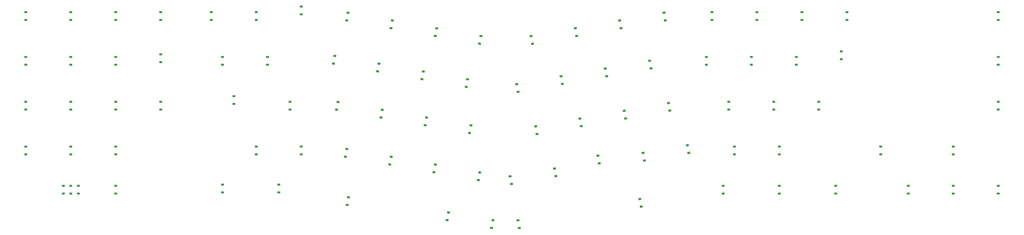
<source format=gbr>
%TF.GenerationSoftware,KiCad,Pcbnew,(5.1.10)-1*%
%TF.CreationDate,2022-01-23T15:25:41-08:00*%
%TF.ProjectId,V2,56322e6b-6963-4616-945f-706362585858,rev?*%
%TF.SameCoordinates,Original*%
%TF.FileFunction,Paste,Bot*%
%TF.FilePolarity,Positive*%
%FSLAX46Y46*%
G04 Gerber Fmt 4.6, Leading zero omitted, Abs format (unit mm)*
G04 Created by KiCad (PCBNEW (5.1.10)-1) date 2022-01-23 15:25:41*
%MOMM*%
%LPD*%
G01*
G04 APERTURE LIST*
%ADD10R,1.200000X0.900000*%
%ADD11C,0.100000*%
G04 APERTURE END LIST*
D10*
%TO.C,D92*%
X421424043Y-81693750D03*
X421424043Y-84993750D03*
%TD*%
%TO.C,D91*%
X421424043Y-45975000D03*
X421424043Y-49275000D03*
%TD*%
%TO.C,D89*%
X421424043Y-26925000D03*
X421424043Y-30225000D03*
%TD*%
%TO.C,D88*%
X402374043Y-81693750D03*
X402374043Y-84993750D03*
%TD*%
%TO.C,D87*%
X402374043Y-65025000D03*
X402374043Y-68325000D03*
%TD*%
%TO.C,D86*%
X371607793Y-65025000D03*
X371607793Y-68325000D03*
%TD*%
%TO.C,D85*%
X345414043Y-45975000D03*
X345414043Y-49275000D03*
%TD*%
%TO.C,D84*%
X354939043Y-24543750D03*
X354939043Y-27843750D03*
%TD*%
%TO.C,D83*%
X335889043Y-26925000D03*
X335889043Y-30225000D03*
%TD*%
%TO.C,D82*%
X357320293Y-7875000D03*
X357320293Y-11175000D03*
%TD*%
%TO.C,D81*%
X338270293Y-7875000D03*
X338270293Y-11175000D03*
%TD*%
%TO.C,D80*%
X383324043Y-81693750D03*
X383324043Y-84993750D03*
%TD*%
%TO.C,D79*%
X352557793Y-81693750D03*
X352557793Y-84993750D03*
%TD*%
%TO.C,D78*%
X328745293Y-65025000D03*
X328745293Y-68325000D03*
%TD*%
%TO.C,D77*%
X326364043Y-45975000D03*
X326364043Y-49275000D03*
%TD*%
%TO.C,D76*%
X316839043Y-26925000D03*
X316839043Y-30225000D03*
%TD*%
%TO.C,D75*%
X297789043Y-26925000D03*
X297789043Y-30225000D03*
%TD*%
%TO.C,D74*%
X319220293Y-7875000D03*
X319220293Y-11175000D03*
%TD*%
%TO.C,D73*%
X300170293Y-7875000D03*
X300170293Y-11175000D03*
%TD*%
%TO.C,D72*%
X307314043Y-45975000D03*
X307314043Y-49275000D03*
%TD*%
%TO.C,D71*%
X309695293Y-65025000D03*
X309695293Y-68325000D03*
%TD*%
%TO.C,D70*%
X328745293Y-81693750D03*
X328745293Y-84993750D03*
%TD*%
%TO.C,D69*%
X304932793Y-81693750D03*
X304932793Y-84993750D03*
%TD*%
D11*
%TO.C,D68*%
G36*
X290425107Y-64779442D02*
G01*
X289243338Y-64987819D01*
X289087055Y-64101492D01*
X290268824Y-63893115D01*
X290425107Y-64779442D01*
G37*
G36*
X290998145Y-68029308D02*
G01*
X289816376Y-68237685D01*
X289660093Y-67351358D01*
X290841862Y-67142981D01*
X290998145Y-68029308D01*
G37*
%TD*%
%TO.C,D67*%
G36*
X282436807Y-46821642D02*
G01*
X281255038Y-47030019D01*
X281098755Y-46143692D01*
X282280524Y-45935315D01*
X282436807Y-46821642D01*
G37*
G36*
X283009845Y-50071508D02*
G01*
X281828076Y-50279885D01*
X281671793Y-49393558D01*
X282853562Y-49185181D01*
X283009845Y-50071508D01*
G37*
%TD*%
%TO.C,D66*%
G36*
X274423107Y-28863842D02*
G01*
X273241338Y-29072219D01*
X273085055Y-28185892D01*
X274266824Y-27977515D01*
X274423107Y-28863842D01*
G37*
G36*
X274996145Y-32113708D02*
G01*
X273814376Y-32322085D01*
X273658093Y-31435758D01*
X274839862Y-31227381D01*
X274996145Y-32113708D01*
G37*
%TD*%
%TO.C,D65*%
G36*
X280506407Y-8454942D02*
G01*
X279324638Y-8663319D01*
X279168355Y-7776992D01*
X280350124Y-7568615D01*
X280506407Y-8454942D01*
G37*
G36*
X281079445Y-11704808D02*
G01*
X279897676Y-11913185D01*
X279741393Y-11026858D01*
X280923162Y-10818481D01*
X281079445Y-11704808D01*
G37*
%TD*%
%TO.C,D64*%
G36*
X271667207Y-68030642D02*
G01*
X270485438Y-68239019D01*
X270329155Y-67352692D01*
X271510924Y-67144315D01*
X271667207Y-68030642D01*
G37*
G36*
X272240245Y-71280508D02*
G01*
X271058476Y-71488885D01*
X270902193Y-70602558D01*
X272083962Y-70394181D01*
X272240245Y-71280508D01*
G37*
%TD*%
%TO.C,D63*%
G36*
X270282907Y-87626742D02*
G01*
X269101138Y-87835119D01*
X268944855Y-86948792D01*
X270126624Y-86740415D01*
X270282907Y-87626742D01*
G37*
G36*
X270855945Y-90876608D02*
G01*
X269674176Y-91084985D01*
X269517893Y-90198658D01*
X270699662Y-89990281D01*
X270855945Y-90876608D01*
G37*
%TD*%
%TO.C,D62*%
G36*
X252528307Y-69224442D02*
G01*
X251346538Y-69432819D01*
X251190255Y-68546492D01*
X252372024Y-68338115D01*
X252528307Y-69224442D01*
G37*
G36*
X253101345Y-72474308D02*
G01*
X251919576Y-72682685D01*
X251763293Y-71796358D01*
X252945062Y-71587981D01*
X253101345Y-72474308D01*
G37*
%TD*%
%TO.C,D61*%
G36*
X263666207Y-50136342D02*
G01*
X262484438Y-50344719D01*
X262328155Y-49458392D01*
X263509924Y-49250015D01*
X263666207Y-50136342D01*
G37*
G36*
X264239245Y-53386208D02*
G01*
X263057476Y-53594585D01*
X262901193Y-52708258D01*
X264082962Y-52499881D01*
X264239245Y-53386208D01*
G37*
%TD*%
%TO.C,D60*%
G36*
X255665207Y-32191242D02*
G01*
X254483438Y-32399619D01*
X254327155Y-31513292D01*
X255508924Y-31304915D01*
X255665207Y-32191242D01*
G37*
G36*
X256238245Y-35441108D02*
G01*
X255056476Y-35649485D01*
X254900193Y-34763158D01*
X256081962Y-34554781D01*
X256238245Y-35441108D01*
G37*
%TD*%
%TO.C,D59*%
G36*
X236894607Y-35467842D02*
G01*
X235712838Y-35676219D01*
X235556555Y-34789892D01*
X236738324Y-34581515D01*
X236894607Y-35467842D01*
G37*
G36*
X237467645Y-38717708D02*
G01*
X236285876Y-38926085D01*
X236129593Y-38039758D01*
X237311362Y-37831381D01*
X237467645Y-38717708D01*
G37*
%TD*%
%TO.C,D58*%
G36*
X261735807Y-11756942D02*
G01*
X260554038Y-11965319D01*
X260397755Y-11078992D01*
X261579524Y-10870615D01*
X261735807Y-11756942D01*
G37*
G36*
X262308845Y-15006808D02*
G01*
X261127076Y-15215185D01*
X260970793Y-14328858D01*
X262152562Y-14120481D01*
X262308845Y-15006808D01*
G37*
%TD*%
%TO.C,D57*%
G36*
X242977907Y-15058942D02*
G01*
X241796138Y-15267319D01*
X241639855Y-14380992D01*
X242821624Y-14172615D01*
X242977907Y-15058942D01*
G37*
G36*
X243550945Y-18308808D02*
G01*
X242369176Y-18517185D01*
X242212893Y-17630858D01*
X243394662Y-17422481D01*
X243550945Y-18308808D01*
G37*
%TD*%
%TO.C,D56*%
G36*
X244895607Y-53425642D02*
G01*
X243713838Y-53634019D01*
X243557555Y-52747692D01*
X244739324Y-52539315D01*
X244895607Y-53425642D01*
G37*
G36*
X245468645Y-56675508D02*
G01*
X244286876Y-56883885D01*
X244130593Y-55997558D01*
X245312362Y-55789181D01*
X245468645Y-56675508D01*
G37*
%TD*%
%TO.C,D55*%
G36*
X234138707Y-74672742D02*
G01*
X232956938Y-74881119D01*
X232800655Y-73994792D01*
X233982424Y-73786415D01*
X234138707Y-74672742D01*
G37*
G36*
X234711745Y-77922608D02*
G01*
X233529976Y-78130985D01*
X233373693Y-77244658D01*
X234555462Y-77036281D01*
X234711745Y-77922608D01*
G37*
%TD*%
%TO.C,D54*%
G36*
X218682807Y-96719942D02*
G01*
X217501038Y-96928319D01*
X217344755Y-96041992D01*
X218526524Y-95833615D01*
X218682807Y-96719942D01*
G37*
G36*
X219255845Y-99969808D02*
G01*
X218074076Y-100178185D01*
X217917793Y-99291858D01*
X219099562Y-99083481D01*
X219255845Y-99969808D01*
G37*
%TD*%
%TO.C,D53*%
G36*
X207898162Y-96864819D02*
G01*
X206716393Y-96656442D01*
X206872676Y-95770115D01*
X208054445Y-95978492D01*
X207898162Y-96864819D01*
G37*
G36*
X207325124Y-100114685D02*
G01*
X206143355Y-99906308D01*
X206299638Y-99019981D01*
X207481407Y-99228358D01*
X207325124Y-100114685D01*
G37*
%TD*%
%TO.C,D52*%
G36*
X215368107Y-77987442D02*
G01*
X214186338Y-78195819D01*
X214030055Y-77309492D01*
X215211824Y-77101115D01*
X215368107Y-77987442D01*
G37*
G36*
X215941145Y-81237308D02*
G01*
X214759376Y-81445685D01*
X214603093Y-80559358D01*
X215784862Y-80350981D01*
X215941145Y-81237308D01*
G37*
%TD*%
%TO.C,D51*%
G36*
X226150407Y-56740342D02*
G01*
X224968638Y-56948719D01*
X224812355Y-56062392D01*
X225994124Y-55854015D01*
X226150407Y-56740342D01*
G37*
G36*
X226723445Y-59990208D02*
G01*
X225541676Y-60198585D01*
X225385393Y-59312258D01*
X226567162Y-59103881D01*
X226723445Y-59990208D01*
G37*
%TD*%
%TO.C,D50*%
G36*
X218149407Y-38820642D02*
G01*
X216967638Y-39029019D01*
X216811355Y-38142692D01*
X217993124Y-37934315D01*
X218149407Y-38820642D01*
G37*
G36*
X218722445Y-42070508D02*
G01*
X217540676Y-42278885D01*
X217384393Y-41392558D01*
X218566162Y-41184181D01*
X218722445Y-42070508D01*
G37*
%TD*%
%TO.C,D49*%
G36*
X224207307Y-18386342D02*
G01*
X223025538Y-18594719D01*
X222869255Y-17708392D01*
X224051024Y-17500015D01*
X224207307Y-18386342D01*
G37*
G36*
X224780345Y-21636208D02*
G01*
X223598576Y-21844585D01*
X223442293Y-20958258D01*
X224624062Y-20749881D01*
X224780345Y-21636208D01*
G37*
%TD*%
%TO.C,D48*%
G36*
X202830862Y-18582019D02*
G01*
X201649093Y-18373642D01*
X201805376Y-17487315D01*
X202987145Y-17695692D01*
X202830862Y-18582019D01*
G37*
G36*
X202257824Y-21831885D02*
G01*
X201076055Y-21623508D01*
X201232338Y-20737181D01*
X202414107Y-20945558D01*
X202257824Y-21831885D01*
G37*
%TD*%
%TO.C,D47*%
G36*
X197166662Y-36946219D02*
G01*
X195984893Y-36737842D01*
X196141176Y-35851515D01*
X197322945Y-36059892D01*
X197166662Y-36946219D01*
G37*
G36*
X196593624Y-40196085D02*
G01*
X195411855Y-39987708D01*
X195568138Y-39101381D01*
X196749907Y-39309758D01*
X196593624Y-40196085D01*
G37*
%TD*%
%TO.C,D46*%
G36*
X198550962Y-56529619D02*
G01*
X197369193Y-56321242D01*
X197525476Y-55434915D01*
X198707245Y-55643292D01*
X198550962Y-56529619D01*
G37*
G36*
X197977924Y-59779485D02*
G01*
X196796155Y-59571108D01*
X196952438Y-58684781D01*
X198134207Y-58893158D01*
X197977924Y-59779485D01*
G37*
%TD*%
%TO.C,D45*%
G36*
X202284762Y-76544819D02*
G01*
X201102993Y-76336442D01*
X201259276Y-75450115D01*
X202441045Y-75658492D01*
X202284762Y-76544819D01*
G37*
G36*
X201711724Y-79794685D02*
G01*
X200529955Y-79586308D01*
X200686238Y-78699981D01*
X201868007Y-78908358D01*
X201711724Y-79794685D01*
G37*
%TD*%
%TO.C,D44*%
G36*
X179793062Y-53227619D02*
G01*
X178611293Y-53019242D01*
X178767576Y-52132915D01*
X179949345Y-52341292D01*
X179793062Y-53227619D01*
G37*
G36*
X179220024Y-56477485D02*
G01*
X178038255Y-56269108D01*
X178194538Y-55382781D01*
X179376307Y-55591158D01*
X179220024Y-56477485D01*
G37*
%TD*%
%TO.C,D43*%
G36*
X178421462Y-33644219D02*
G01*
X177239693Y-33435842D01*
X177395976Y-32549515D01*
X178577745Y-32757892D01*
X178421462Y-33644219D01*
G37*
G36*
X177848424Y-36894085D02*
G01*
X176666655Y-36685708D01*
X176822938Y-35799381D01*
X178004707Y-36007758D01*
X177848424Y-36894085D01*
G37*
%TD*%
%TO.C,D42*%
G36*
X184060262Y-15280019D02*
G01*
X182878493Y-15071642D01*
X183034776Y-14185315D01*
X184216545Y-14393692D01*
X184060262Y-15280019D01*
G37*
G36*
X183487224Y-18529885D02*
G01*
X182305455Y-18321508D01*
X182461738Y-17435181D01*
X183643507Y-17643558D01*
X183487224Y-18529885D01*
G37*
%TD*%
%TO.C,D41*%
G36*
X165315062Y-11952619D02*
G01*
X164133293Y-11744242D01*
X164289576Y-10857915D01*
X165471345Y-11066292D01*
X165315062Y-11952619D01*
G37*
G36*
X164742024Y-15202485D02*
G01*
X163560255Y-14994108D01*
X163716538Y-14107781D01*
X164898307Y-14316158D01*
X164742024Y-15202485D01*
G37*
%TD*%
%TO.C,D40*%
G36*
X183526862Y-73204719D02*
G01*
X182345093Y-72996342D01*
X182501376Y-72110015D01*
X183683145Y-72318392D01*
X183526862Y-73204719D01*
G37*
G36*
X182953824Y-76454585D02*
G01*
X181772055Y-76246208D01*
X181928338Y-75359881D01*
X183110107Y-75568258D01*
X182953824Y-76454585D01*
G37*
%TD*%
%TO.C,D39*%
G36*
X189114862Y-93562819D02*
G01*
X187933093Y-93354442D01*
X188089376Y-92468115D01*
X189271145Y-92676492D01*
X189114862Y-93562819D01*
G37*
G36*
X188541824Y-96812685D02*
G01*
X187360055Y-96604308D01*
X187516338Y-95717981D01*
X188698107Y-95926358D01*
X188541824Y-96812685D01*
G37*
%TD*%
%TO.C,D38*%
G36*
X164768962Y-69915419D02*
G01*
X163587193Y-69707042D01*
X163743476Y-68820715D01*
X164925245Y-69029092D01*
X164768962Y-69915419D01*
G37*
G36*
X164195924Y-73165285D02*
G01*
X163014155Y-72956908D01*
X163170438Y-72070581D01*
X164352207Y-72278958D01*
X164195924Y-73165285D01*
G37*
%TD*%
%TO.C,D37*%
G36*
X161035162Y-49925619D02*
G01*
X159853393Y-49717242D01*
X160009676Y-48830915D01*
X161191445Y-49039292D01*
X161035162Y-49925619D01*
G37*
G36*
X160462124Y-53175485D02*
G01*
X159280355Y-52967108D01*
X159436638Y-52080781D01*
X160618407Y-52289158D01*
X160462124Y-53175485D01*
G37*
%TD*%
%TO.C,D36*%
G36*
X159650862Y-30316819D02*
G01*
X158469093Y-30108442D01*
X158625376Y-29222115D01*
X159807145Y-29430492D01*
X159650862Y-30316819D01*
G37*
G36*
X159077824Y-33566685D02*
G01*
X157896055Y-33358308D01*
X158052338Y-32471981D01*
X159234107Y-32680358D01*
X159077824Y-33566685D01*
G37*
%TD*%
%TO.C,D35*%
G36*
X140892962Y-27027519D02*
G01*
X139711193Y-26819142D01*
X139867476Y-25932815D01*
X141049245Y-26141192D01*
X140892962Y-27027519D01*
G37*
G36*
X140319924Y-30277385D02*
G01*
X139138155Y-30069008D01*
X139294438Y-29182681D01*
X140476207Y-29391058D01*
X140319924Y-30277385D01*
G37*
%TD*%
%TO.C,D34*%
G36*
X146544462Y-8676019D02*
G01*
X145362693Y-8467642D01*
X145518976Y-7581315D01*
X146700745Y-7789692D01*
X146544462Y-8676019D01*
G37*
G36*
X145971424Y-11925885D02*
G01*
X144789655Y-11717508D01*
X144945938Y-10831181D01*
X146127707Y-11039558D01*
X145971424Y-11925885D01*
G37*
%TD*%
D10*
%TO.C,D33*%
X126206250Y-5493750D03*
X126206250Y-8793750D03*
%TD*%
D11*
%TO.C,D32*%
G36*
X142264562Y-46623619D02*
G01*
X141082793Y-46415242D01*
X141239076Y-45528915D01*
X142420845Y-45737292D01*
X142264562Y-46623619D01*
G37*
G36*
X141691524Y-49873485D02*
G01*
X140509755Y-49665108D01*
X140666038Y-48778781D01*
X141847807Y-48987158D01*
X141691524Y-49873485D01*
G37*
%TD*%
%TO.C,D31*%
G36*
X145998362Y-66600719D02*
G01*
X144816593Y-66392342D01*
X144972876Y-65506015D01*
X146154645Y-65714392D01*
X145998362Y-66600719D01*
G37*
G36*
X145425324Y-69850585D02*
G01*
X144243555Y-69642208D01*
X144399838Y-68755881D01*
X145581607Y-68964258D01*
X145425324Y-69850585D01*
G37*
%TD*%
%TO.C,D30*%
G36*
X146722262Y-87111219D02*
G01*
X145540493Y-86902842D01*
X145696776Y-86016515D01*
X146878545Y-86224892D01*
X146722262Y-87111219D01*
G37*
G36*
X146149224Y-90361085D02*
G01*
X144967455Y-90152708D01*
X145123738Y-89266381D01*
X146305507Y-89474758D01*
X146149224Y-90361085D01*
G37*
%TD*%
D10*
%TO.C,D29*%
X116681250Y-81217500D03*
X116681250Y-84517500D03*
%TD*%
%TO.C,D28*%
X126206250Y-65025000D03*
X126206250Y-68325000D03*
%TD*%
%TO.C,D27*%
X121443750Y-45975000D03*
X121443750Y-49275000D03*
%TD*%
%TO.C,D26*%
X111918750Y-26925000D03*
X111918750Y-30225000D03*
%TD*%
%TO.C,D25*%
X107156250Y-7875000D03*
X107156250Y-11175000D03*
%TD*%
%TO.C,D24*%
X88106250Y-7875000D03*
X88106250Y-11175000D03*
%TD*%
%TO.C,D23*%
X92868750Y-26925000D03*
X92868750Y-30225000D03*
%TD*%
%TO.C,D22*%
X97631250Y-43593750D03*
X97631250Y-46893750D03*
%TD*%
%TO.C,D21*%
X107156250Y-65025000D03*
X107156250Y-68325000D03*
%TD*%
%TO.C,D20*%
X92868750Y-81217500D03*
X92868750Y-84517500D03*
%TD*%
%TO.C,D19*%
X66675000Y-49249600D03*
X66675000Y-45949600D03*
%TD*%
%TO.C,D18*%
X66675000Y-29132800D03*
X66675000Y-25832800D03*
%TD*%
%TO.C,D17*%
X66675000Y-7875000D03*
X66675000Y-11175000D03*
%TD*%
%TO.C,D16*%
X47625000Y-81693750D03*
X47625000Y-84993750D03*
%TD*%
%TO.C,D15*%
X47625000Y-65025000D03*
X47625000Y-68325000D03*
%TD*%
%TO.C,D14*%
X47625000Y-45975000D03*
X47625000Y-49275000D03*
%TD*%
%TO.C,D13*%
X28575000Y-45975000D03*
X28575000Y-49275000D03*
%TD*%
%TO.C,D12*%
X47625000Y-26925000D03*
X47625000Y-30225000D03*
%TD*%
%TO.C,D11*%
X28575000Y-26925000D03*
X28575000Y-30225000D03*
%TD*%
%TO.C,D10*%
X47625000Y-7875000D03*
X47625000Y-11175000D03*
%TD*%
%TO.C,D9*%
X28575000Y-7875000D03*
X28575000Y-11175000D03*
%TD*%
%TO.C,D8*%
X28575000Y-65025000D03*
X28575000Y-68325000D03*
%TD*%
%TO.C,D7*%
X25400000Y-81693750D03*
X25400000Y-84993750D03*
%TD*%
%TO.C,D6*%
X31750000Y-81693750D03*
X31750000Y-84993750D03*
%TD*%
%TO.C,D5*%
X28575000Y-81693750D03*
X28575000Y-84993750D03*
%TD*%
%TO.C,D4*%
X9525000Y-65025000D03*
X9525000Y-68325000D03*
%TD*%
%TO.C,D3*%
X9525000Y-45975000D03*
X9525000Y-49275000D03*
%TD*%
%TO.C,D2*%
X9525000Y-26925000D03*
X9525000Y-30225000D03*
%TD*%
%TO.C,D1*%
X9525000Y-7875000D03*
X9525000Y-11175000D03*
%TD*%
%TO.C,D90*%
X421424043Y-7875000D03*
X421424043Y-11175000D03*
%TD*%
M02*

</source>
